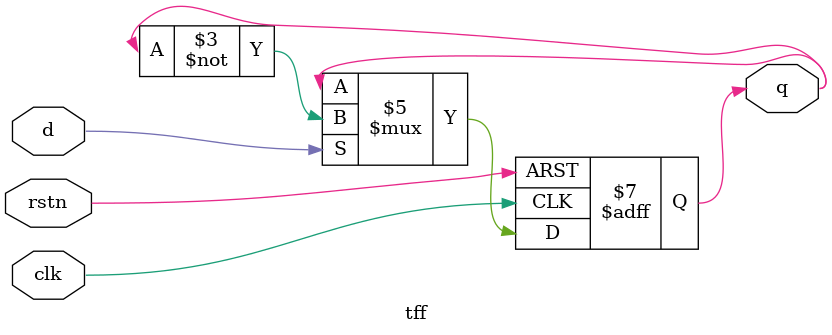
<source format=v>
module tff (input d,
              clk,
              rstn,
              output reg q);
  always @ (posedge clk or negedge rstn)
  begin
    if (!rstn)
      q <= 0;
    else
      if (d)
        q <= ~q;
      else
        q <= q;
  end
endmodule

</source>
